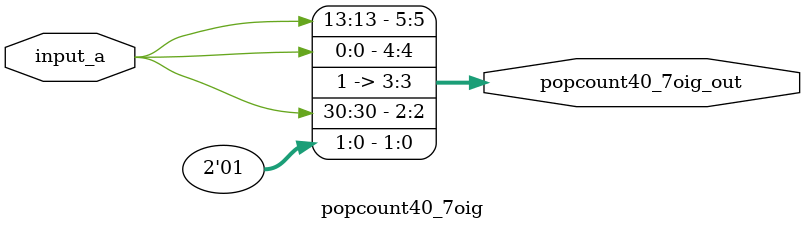
<source format=v>

module popcount40_7oig(input [39:0] input_a, output [5:0] popcount40_7oig_out);
  wire popcount40_7oig_core_042_not;
  wire popcount40_7oig_core_045;
  wire popcount40_7oig_core_046_not;
  wire popcount40_7oig_core_047;
  wire popcount40_7oig_core_049;
  wire popcount40_7oig_core_051;
  wire popcount40_7oig_core_053;
  wire popcount40_7oig_core_054;
  wire popcount40_7oig_core_055;
  wire popcount40_7oig_core_056;
  wire popcount40_7oig_core_059;
  wire popcount40_7oig_core_060;
  wire popcount40_7oig_core_063;
  wire popcount40_7oig_core_066;
  wire popcount40_7oig_core_069;
  wire popcount40_7oig_core_070;
  wire popcount40_7oig_core_072;
  wire popcount40_7oig_core_073;
  wire popcount40_7oig_core_074;
  wire popcount40_7oig_core_077;
  wire popcount40_7oig_core_079;
  wire popcount40_7oig_core_080;
  wire popcount40_7oig_core_082;
  wire popcount40_7oig_core_083;
  wire popcount40_7oig_core_084;
  wire popcount40_7oig_core_089;
  wire popcount40_7oig_core_090;
  wire popcount40_7oig_core_091;
  wire popcount40_7oig_core_093;
  wire popcount40_7oig_core_095;
  wire popcount40_7oig_core_096_not;
  wire popcount40_7oig_core_101_not;
  wire popcount40_7oig_core_103;
  wire popcount40_7oig_core_104;
  wire popcount40_7oig_core_106;
  wire popcount40_7oig_core_107_not;
  wire popcount40_7oig_core_108;
  wire popcount40_7oig_core_109;
  wire popcount40_7oig_core_111;
  wire popcount40_7oig_core_112;
  wire popcount40_7oig_core_113;
  wire popcount40_7oig_core_114;
  wire popcount40_7oig_core_115;
  wire popcount40_7oig_core_116;
  wire popcount40_7oig_core_119;
  wire popcount40_7oig_core_120;
  wire popcount40_7oig_core_121;
  wire popcount40_7oig_core_122;
  wire popcount40_7oig_core_123;
  wire popcount40_7oig_core_128;
  wire popcount40_7oig_core_130;
  wire popcount40_7oig_core_131;
  wire popcount40_7oig_core_132;
  wire popcount40_7oig_core_134_not;
  wire popcount40_7oig_core_137;
  wire popcount40_7oig_core_138;
  wire popcount40_7oig_core_139;
  wire popcount40_7oig_core_140;
  wire popcount40_7oig_core_141;
  wire popcount40_7oig_core_142;
  wire popcount40_7oig_core_144;
  wire popcount40_7oig_core_145_not;
  wire popcount40_7oig_core_146;
  wire popcount40_7oig_core_153;
  wire popcount40_7oig_core_155;
  wire popcount40_7oig_core_156;
  wire popcount40_7oig_core_158;
  wire popcount40_7oig_core_159;
  wire popcount40_7oig_core_160;
  wire popcount40_7oig_core_161;
  wire popcount40_7oig_core_163;
  wire popcount40_7oig_core_164;
  wire popcount40_7oig_core_166;
  wire popcount40_7oig_core_167_not;
  wire popcount40_7oig_core_169;
  wire popcount40_7oig_core_172;
  wire popcount40_7oig_core_173;
  wire popcount40_7oig_core_175;
  wire popcount40_7oig_core_176;
  wire popcount40_7oig_core_177;
  wire popcount40_7oig_core_179;
  wire popcount40_7oig_core_180;
  wire popcount40_7oig_core_181;
  wire popcount40_7oig_core_184;
  wire popcount40_7oig_core_186;
  wire popcount40_7oig_core_187;
  wire popcount40_7oig_core_188;
  wire popcount40_7oig_core_189;
  wire popcount40_7oig_core_190;
  wire popcount40_7oig_core_191;
  wire popcount40_7oig_core_192;
  wire popcount40_7oig_core_193;
  wire popcount40_7oig_core_195;
  wire popcount40_7oig_core_197;
  wire popcount40_7oig_core_199;
  wire popcount40_7oig_core_200;
  wire popcount40_7oig_core_201;
  wire popcount40_7oig_core_202;
  wire popcount40_7oig_core_203;
  wire popcount40_7oig_core_204;
  wire popcount40_7oig_core_205;
  wire popcount40_7oig_core_206;
  wire popcount40_7oig_core_207;
  wire popcount40_7oig_core_209;
  wire popcount40_7oig_core_210;
  wire popcount40_7oig_core_211;
  wire popcount40_7oig_core_212;
  wire popcount40_7oig_core_215;
  wire popcount40_7oig_core_216;
  wire popcount40_7oig_core_217;
  wire popcount40_7oig_core_218;
  wire popcount40_7oig_core_219;
  wire popcount40_7oig_core_220;
  wire popcount40_7oig_core_221;
  wire popcount40_7oig_core_222;
  wire popcount40_7oig_core_223;
  wire popcount40_7oig_core_224;
  wire popcount40_7oig_core_225;
  wire popcount40_7oig_core_226;
  wire popcount40_7oig_core_227;
  wire popcount40_7oig_core_229;
  wire popcount40_7oig_core_231;
  wire popcount40_7oig_core_233;
  wire popcount40_7oig_core_234;
  wire popcount40_7oig_core_235;
  wire popcount40_7oig_core_236;
  wire popcount40_7oig_core_237_not;
  wire popcount40_7oig_core_238;
  wire popcount40_7oig_core_239;
  wire popcount40_7oig_core_242;
  wire popcount40_7oig_core_243;
  wire popcount40_7oig_core_245;
  wire popcount40_7oig_core_246;
  wire popcount40_7oig_core_247;
  wire popcount40_7oig_core_249;
  wire popcount40_7oig_core_251;
  wire popcount40_7oig_core_255;
  wire popcount40_7oig_core_256;
  wire popcount40_7oig_core_257;
  wire popcount40_7oig_core_258;
  wire popcount40_7oig_core_259;
  wire popcount40_7oig_core_260;
  wire popcount40_7oig_core_262;
  wire popcount40_7oig_core_263;
  wire popcount40_7oig_core_264;
  wire popcount40_7oig_core_266;
  wire popcount40_7oig_core_267;
  wire popcount40_7oig_core_270;
  wire popcount40_7oig_core_271;
  wire popcount40_7oig_core_273;
  wire popcount40_7oig_core_274;
  wire popcount40_7oig_core_275;
  wire popcount40_7oig_core_276;
  wire popcount40_7oig_core_277;
  wire popcount40_7oig_core_278;
  wire popcount40_7oig_core_279;
  wire popcount40_7oig_core_281;
  wire popcount40_7oig_core_283;
  wire popcount40_7oig_core_284;
  wire popcount40_7oig_core_285;
  wire popcount40_7oig_core_286;
  wire popcount40_7oig_core_290;
  wire popcount40_7oig_core_291;
  wire popcount40_7oig_core_292;
  wire popcount40_7oig_core_293;
  wire popcount40_7oig_core_294;
  wire popcount40_7oig_core_295;
  wire popcount40_7oig_core_296;
  wire popcount40_7oig_core_297;
  wire popcount40_7oig_core_298;
  wire popcount40_7oig_core_299;
  wire popcount40_7oig_core_300;
  wire popcount40_7oig_core_301;
  wire popcount40_7oig_core_302;
  wire popcount40_7oig_core_303_not;
  wire popcount40_7oig_core_304;
  wire popcount40_7oig_core_305;
  wire popcount40_7oig_core_306;
  wire popcount40_7oig_core_307;
  wire popcount40_7oig_core_310;
  wire popcount40_7oig_core_311;
  wire popcount40_7oig_core_313;
  wire popcount40_7oig_core_316;

  assign popcount40_7oig_core_042_not = ~input_a[36];
  assign popcount40_7oig_core_045 = ~(input_a[25] | input_a[13]);
  assign popcount40_7oig_core_046_not = ~input_a[22];
  assign popcount40_7oig_core_047 = ~(input_a[19] | input_a[12]);
  assign popcount40_7oig_core_049 = ~(input_a[30] ^ input_a[37]);
  assign popcount40_7oig_core_051 = ~(input_a[30] | input_a[14]);
  assign popcount40_7oig_core_053 = ~(input_a[12] ^ input_a[29]);
  assign popcount40_7oig_core_054 = ~(input_a[3] & input_a[20]);
  assign popcount40_7oig_core_055 = ~(input_a[12] & input_a[21]);
  assign popcount40_7oig_core_056 = ~(input_a[2] | input_a[36]);
  assign popcount40_7oig_core_059 = ~(input_a[38] ^ input_a[24]);
  assign popcount40_7oig_core_060 = input_a[9] | input_a[28];
  assign popcount40_7oig_core_063 = ~(input_a[37] ^ input_a[35]);
  assign popcount40_7oig_core_066 = input_a[33] | input_a[39];
  assign popcount40_7oig_core_069 = ~input_a[5];
  assign popcount40_7oig_core_070 = ~(input_a[39] ^ input_a[21]);
  assign popcount40_7oig_core_072 = ~input_a[32];
  assign popcount40_7oig_core_073 = input_a[9] & input_a[14];
  assign popcount40_7oig_core_074 = input_a[28] | input_a[35];
  assign popcount40_7oig_core_077 = ~(input_a[22] | input_a[28]);
  assign popcount40_7oig_core_079 = ~(input_a[38] | input_a[8]);
  assign popcount40_7oig_core_080 = input_a[25] | input_a[35];
  assign popcount40_7oig_core_082 = input_a[11] ^ input_a[5];
  assign popcount40_7oig_core_083 = ~input_a[38];
  assign popcount40_7oig_core_084 = ~(input_a[24] ^ input_a[21]);
  assign popcount40_7oig_core_089 = input_a[33] | input_a[7];
  assign popcount40_7oig_core_090 = ~input_a[0];
  assign popcount40_7oig_core_091 = ~(input_a[20] & input_a[18]);
  assign popcount40_7oig_core_093 = ~(input_a[15] ^ input_a[21]);
  assign popcount40_7oig_core_095 = ~(input_a[6] & input_a[6]);
  assign popcount40_7oig_core_096_not = ~input_a[19];
  assign popcount40_7oig_core_101_not = ~input_a[0];
  assign popcount40_7oig_core_103 = input_a[39] | input_a[38];
  assign popcount40_7oig_core_104 = input_a[14] ^ input_a[36];
  assign popcount40_7oig_core_106 = input_a[19] & input_a[22];
  assign popcount40_7oig_core_107_not = ~input_a[1];
  assign popcount40_7oig_core_108 = input_a[15] ^ input_a[18];
  assign popcount40_7oig_core_109 = ~(input_a[17] ^ input_a[8]);
  assign popcount40_7oig_core_111 = input_a[12] ^ input_a[31];
  assign popcount40_7oig_core_112 = input_a[19] ^ input_a[22];
  assign popcount40_7oig_core_113 = ~(input_a[25] & input_a[31]);
  assign popcount40_7oig_core_114 = ~input_a[32];
  assign popcount40_7oig_core_115 = input_a[18] & input_a[13];
  assign popcount40_7oig_core_116 = ~input_a[38];
  assign popcount40_7oig_core_119 = input_a[24] ^ input_a[7];
  assign popcount40_7oig_core_120 = ~input_a[17];
  assign popcount40_7oig_core_121 = input_a[22] ^ input_a[22];
  assign popcount40_7oig_core_122 = input_a[3] & input_a[36];
  assign popcount40_7oig_core_123 = input_a[2] & input_a[36];
  assign popcount40_7oig_core_128 = ~input_a[33];
  assign popcount40_7oig_core_130 = ~input_a[0];
  assign popcount40_7oig_core_131 = input_a[5] | input_a[3];
  assign popcount40_7oig_core_132 = input_a[11] | input_a[14];
  assign popcount40_7oig_core_134_not = ~input_a[36];
  assign popcount40_7oig_core_137 = input_a[21] | input_a[5];
  assign popcount40_7oig_core_138 = input_a[1] & input_a[22];
  assign popcount40_7oig_core_139 = input_a[29] ^ input_a[23];
  assign popcount40_7oig_core_140 = ~(input_a[1] & input_a[20]);
  assign popcount40_7oig_core_141 = input_a[29] ^ input_a[4];
  assign popcount40_7oig_core_142 = ~(input_a[25] | input_a[26]);
  assign popcount40_7oig_core_144 = ~(input_a[0] & input_a[34]);
  assign popcount40_7oig_core_145_not = ~input_a[36];
  assign popcount40_7oig_core_146 = input_a[2] | input_a[27];
  assign popcount40_7oig_core_153 = ~input_a[16];
  assign popcount40_7oig_core_155 = ~input_a[38];
  assign popcount40_7oig_core_156 = input_a[17] | input_a[13];
  assign popcount40_7oig_core_158 = input_a[1] & input_a[8];
  assign popcount40_7oig_core_159 = input_a[9] ^ input_a[37];
  assign popcount40_7oig_core_160 = input_a[5] & input_a[26];
  assign popcount40_7oig_core_161 = ~(input_a[36] & input_a[31]);
  assign popcount40_7oig_core_163 = input_a[14] ^ input_a[0];
  assign popcount40_7oig_core_164 = ~(input_a[28] | input_a[14]);
  assign popcount40_7oig_core_166 = ~(input_a[5] | input_a[15]);
  assign popcount40_7oig_core_167_not = ~input_a[17];
  assign popcount40_7oig_core_169 = input_a[8] | input_a[36];
  assign popcount40_7oig_core_172 = ~input_a[39];
  assign popcount40_7oig_core_173 = input_a[35] | input_a[0];
  assign popcount40_7oig_core_175 = input_a[37] & input_a[21];
  assign popcount40_7oig_core_176 = ~(input_a[25] | input_a[36]);
  assign popcount40_7oig_core_177 = ~(input_a[19] & input_a[11]);
  assign popcount40_7oig_core_179 = input_a[4] ^ input_a[22];
  assign popcount40_7oig_core_180 = ~(input_a[36] ^ input_a[7]);
  assign popcount40_7oig_core_181 = input_a[22] | input_a[3];
  assign popcount40_7oig_core_184 = input_a[32] ^ input_a[10];
  assign popcount40_7oig_core_186 = ~input_a[36];
  assign popcount40_7oig_core_187 = ~(input_a[31] & input_a[25]);
  assign popcount40_7oig_core_188 = ~input_a[19];
  assign popcount40_7oig_core_189 = input_a[39] | input_a[2];
  assign popcount40_7oig_core_190 = input_a[16] | input_a[17];
  assign popcount40_7oig_core_191 = ~input_a[4];
  assign popcount40_7oig_core_192 = ~input_a[11];
  assign popcount40_7oig_core_193 = ~(input_a[5] & input_a[29]);
  assign popcount40_7oig_core_195 = ~(input_a[33] & input_a[11]);
  assign popcount40_7oig_core_197 = input_a[29] ^ input_a[30];
  assign popcount40_7oig_core_199 = ~input_a[22];
  assign popcount40_7oig_core_200 = ~(input_a[32] | input_a[15]);
  assign popcount40_7oig_core_201 = ~(input_a[18] | input_a[38]);
  assign popcount40_7oig_core_202 = input_a[8] | input_a[22];
  assign popcount40_7oig_core_203 = ~(input_a[9] | input_a[32]);
  assign popcount40_7oig_core_204 = input_a[0] ^ input_a[20];
  assign popcount40_7oig_core_205 = input_a[14] & input_a[19];
  assign popcount40_7oig_core_206 = input_a[22] & input_a[20];
  assign popcount40_7oig_core_207 = input_a[22] & input_a[26];
  assign popcount40_7oig_core_209 = ~input_a[8];
  assign popcount40_7oig_core_210 = ~input_a[23];
  assign popcount40_7oig_core_211 = ~input_a[37];
  assign popcount40_7oig_core_212 = ~(input_a[34] ^ input_a[25]);
  assign popcount40_7oig_core_215 = ~(input_a[23] & input_a[31]);
  assign popcount40_7oig_core_216 = ~(input_a[1] | input_a[20]);
  assign popcount40_7oig_core_217 = ~(input_a[27] & input_a[15]);
  assign popcount40_7oig_core_218 = ~input_a[27];
  assign popcount40_7oig_core_219 = ~(input_a[12] | input_a[23]);
  assign popcount40_7oig_core_220 = ~input_a[30];
  assign popcount40_7oig_core_221 = ~(input_a[12] | input_a[36]);
  assign popcount40_7oig_core_222 = ~(input_a[22] & input_a[20]);
  assign popcount40_7oig_core_223 = ~input_a[29];
  assign popcount40_7oig_core_224 = ~(input_a[16] & input_a[19]);
  assign popcount40_7oig_core_225 = ~input_a[27];
  assign popcount40_7oig_core_226 = ~(input_a[34] ^ input_a[24]);
  assign popcount40_7oig_core_227 = input_a[32] ^ input_a[25];
  assign popcount40_7oig_core_229 = input_a[11] & input_a[28];
  assign popcount40_7oig_core_231 = ~(input_a[31] | input_a[31]);
  assign popcount40_7oig_core_233 = input_a[7] ^ input_a[5];
  assign popcount40_7oig_core_234 = input_a[36] | input_a[10];
  assign popcount40_7oig_core_235 = input_a[11] ^ input_a[22];
  assign popcount40_7oig_core_236 = input_a[18] ^ input_a[15];
  assign popcount40_7oig_core_237_not = ~input_a[27];
  assign popcount40_7oig_core_238 = input_a[17] ^ input_a[38];
  assign popcount40_7oig_core_239 = input_a[33] & input_a[3];
  assign popcount40_7oig_core_242 = input_a[10] | input_a[2];
  assign popcount40_7oig_core_243 = ~(input_a[27] & input_a[1]);
  assign popcount40_7oig_core_245 = ~input_a[37];
  assign popcount40_7oig_core_246 = ~(input_a[25] ^ input_a[19]);
  assign popcount40_7oig_core_247 = input_a[6] | input_a[22];
  assign popcount40_7oig_core_249 = ~(input_a[8] & input_a[9]);
  assign popcount40_7oig_core_251 = ~input_a[24];
  assign popcount40_7oig_core_255 = ~(input_a[11] | input_a[2]);
  assign popcount40_7oig_core_256 = ~(input_a[21] & input_a[11]);
  assign popcount40_7oig_core_257 = ~(input_a[5] | input_a[36]);
  assign popcount40_7oig_core_258 = ~(input_a[27] & input_a[31]);
  assign popcount40_7oig_core_259 = ~input_a[22];
  assign popcount40_7oig_core_260 = ~input_a[15];
  assign popcount40_7oig_core_262 = input_a[28] ^ input_a[15];
  assign popcount40_7oig_core_263 = input_a[33] & input_a[7];
  assign popcount40_7oig_core_264 = ~(input_a[4] | input_a[31]);
  assign popcount40_7oig_core_266 = input_a[10] | input_a[38];
  assign popcount40_7oig_core_267 = ~(input_a[19] ^ input_a[29]);
  assign popcount40_7oig_core_270 = ~(input_a[4] & input_a[21]);
  assign popcount40_7oig_core_271 = input_a[10] & input_a[7];
  assign popcount40_7oig_core_273 = ~input_a[2];
  assign popcount40_7oig_core_274 = ~input_a[12];
  assign popcount40_7oig_core_275 = input_a[13] ^ input_a[17];
  assign popcount40_7oig_core_276 = ~(input_a[24] & input_a[25]);
  assign popcount40_7oig_core_277 = ~input_a[25];
  assign popcount40_7oig_core_278 = ~(input_a[18] | input_a[36]);
  assign popcount40_7oig_core_279 = ~(input_a[0] & input_a[38]);
  assign popcount40_7oig_core_281 = ~(input_a[31] & input_a[35]);
  assign popcount40_7oig_core_283 = input_a[13] ^ input_a[23];
  assign popcount40_7oig_core_284 = input_a[14] ^ input_a[0];
  assign popcount40_7oig_core_285 = ~(input_a[25] | input_a[14]);
  assign popcount40_7oig_core_286 = ~(input_a[18] & input_a[24]);
  assign popcount40_7oig_core_290 = input_a[36] & input_a[28];
  assign popcount40_7oig_core_291 = input_a[25] | input_a[9];
  assign popcount40_7oig_core_292 = input_a[24] & input_a[25];
  assign popcount40_7oig_core_293 = input_a[0] & input_a[17];
  assign popcount40_7oig_core_294 = input_a[15] ^ input_a[29];
  assign popcount40_7oig_core_295 = input_a[9] ^ input_a[36];
  assign popcount40_7oig_core_296 = ~(input_a[23] ^ input_a[3]);
  assign popcount40_7oig_core_297 = input_a[17] & input_a[5];
  assign popcount40_7oig_core_298 = ~(input_a[9] | input_a[30]);
  assign popcount40_7oig_core_299 = ~input_a[27];
  assign popcount40_7oig_core_300 = input_a[28] & input_a[27];
  assign popcount40_7oig_core_301 = ~(input_a[17] ^ input_a[7]);
  assign popcount40_7oig_core_302 = ~(input_a[5] | input_a[22]);
  assign popcount40_7oig_core_303_not = ~input_a[17];
  assign popcount40_7oig_core_304 = input_a[30] | input_a[2];
  assign popcount40_7oig_core_305 = ~(input_a[8] ^ input_a[1]);
  assign popcount40_7oig_core_306 = ~(input_a[6] & input_a[33]);
  assign popcount40_7oig_core_307 = ~(input_a[37] ^ input_a[8]);
  assign popcount40_7oig_core_310 = ~(input_a[2] ^ input_a[12]);
  assign popcount40_7oig_core_311 = ~(input_a[39] & input_a[25]);
  assign popcount40_7oig_core_313 = input_a[34] | input_a[4];
  assign popcount40_7oig_core_316 = input_a[32] ^ input_a[17];

  assign popcount40_7oig_out[0] = 1'b1;
  assign popcount40_7oig_out[1] = 1'b0;
  assign popcount40_7oig_out[2] = input_a[30];
  assign popcount40_7oig_out[3] = 1'b1;
  assign popcount40_7oig_out[4] = input_a[0];
  assign popcount40_7oig_out[5] = input_a[13];
endmodule
</source>
